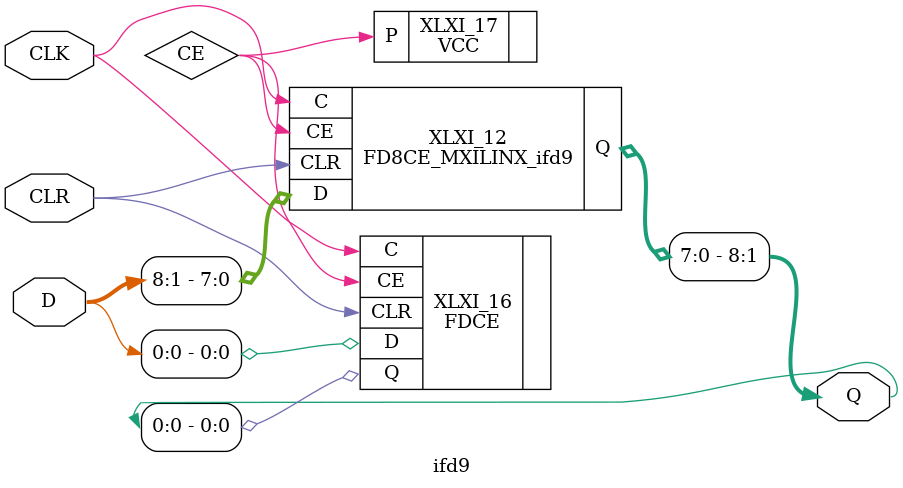
<source format=v>
`timescale 1ns / 1ps

module FD8CE_MXILINX_ifd9(C, 
                          CE, 
                          CLR, 
                          D, 
                          Q);

    input C;
    input CE;
    input CLR;
    input [7:0] D;
   output [7:0] Q;
   
   
   FDCE I_Q0 (.C(C), 
              .CE(CE), 
              .CLR(CLR), 
              .D(D[0]), 
              .Q(Q[0]));
   defparam I_Q0.INIT = 1'b0;
   FDCE I_Q1 (.C(C), 
              .CE(CE), 
              .CLR(CLR), 
              .D(D[1]), 
              .Q(Q[1]));
   defparam I_Q1.INIT = 1'b0;
   FDCE I_Q2 (.C(C), 
              .CE(CE), 
              .CLR(CLR), 
              .D(D[2]), 
              .Q(Q[2]));
   defparam I_Q2.INIT = 1'b0;
   FDCE I_Q3 (.C(C), 
              .CE(CE), 
              .CLR(CLR), 
              .D(D[3]), 
              .Q(Q[3]));
   defparam I_Q3.INIT = 1'b0;
   FDCE I_Q4 (.C(C), 
              .CE(CE), 
              .CLR(CLR), 
              .D(D[4]), 
              .Q(Q[4]));
   defparam I_Q4.INIT = 1'b0;
   FDCE I_Q5 (.C(C), 
              .CE(CE), 
              .CLR(CLR), 
              .D(D[5]), 
              .Q(Q[5]));
   defparam I_Q5.INIT = 1'b0;
   FDCE I_Q6 (.C(C), 
              .CE(CE), 
              .CLR(CLR), 
              .D(D[6]), 
              .Q(Q[6]));
   defparam I_Q6.INIT = 1'b0;
   FDCE I_Q7 (.C(C), 
              .CE(CE), 
              .CLR(CLR), 
              .D(D[7]), 
              .Q(Q[7]));
   defparam I_Q7.INIT = 1'b0;
endmodule
`timescale 1ns / 1ps

module ifd9(CLK, 
            CLR, 
            D, 
            Q);

    input CLK;
    input CLR;
    input [8:0] D;
   output [8:0] Q;
   
   wire CE;
   
   FD8CE_MXILINX_ifd9 XLXI_12 (.C(CLK), 
                               .CE(CE), 
                               .CLR(CLR), 
                               .D(D[8:1]), 
                               .Q(Q[8:1]));
   // synthesis attribute HU_SET of XLXI_12 is "XLXI_12_0"
   FDCE XLXI_16 (.C(CLK), 
                 .CE(CE), 
                 .CLR(CLR), 
                 .D(D[0]), 
                 .Q(Q[0]));
   defparam XLXI_16.INIT = 1'b0;
   VCC XLXI_17 (.P(CE));
endmodule

</source>
